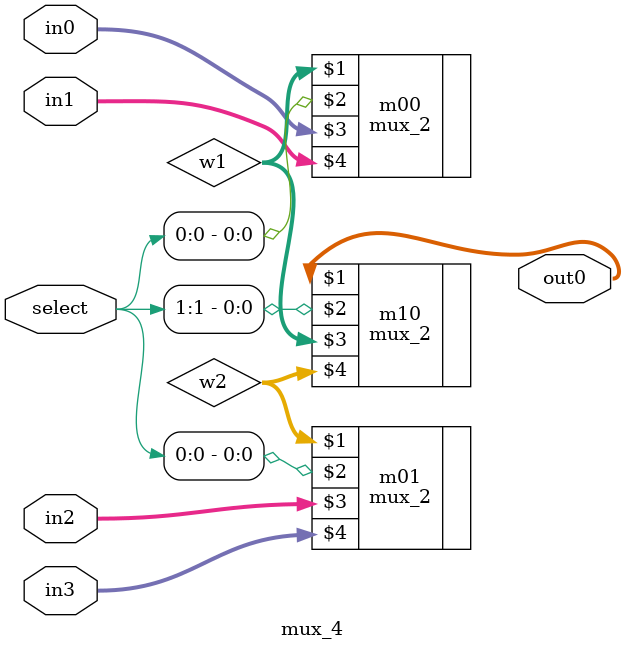
<source format=v>
module mux_4(out0, select, in0, in1, in2, in3);
    input [1:0] select;
    input [31:0] in0, in1, in2, in3;
    output [31:0] out0;
    wire [31:0] w1, w2;

    mux_2 m00(w1, select[0], in0, in1);
    mux_2 m01(w2, select[0], in2, in3);
    mux_2 m10(out0, select[1], w1, w2);
endmodule
</source>
